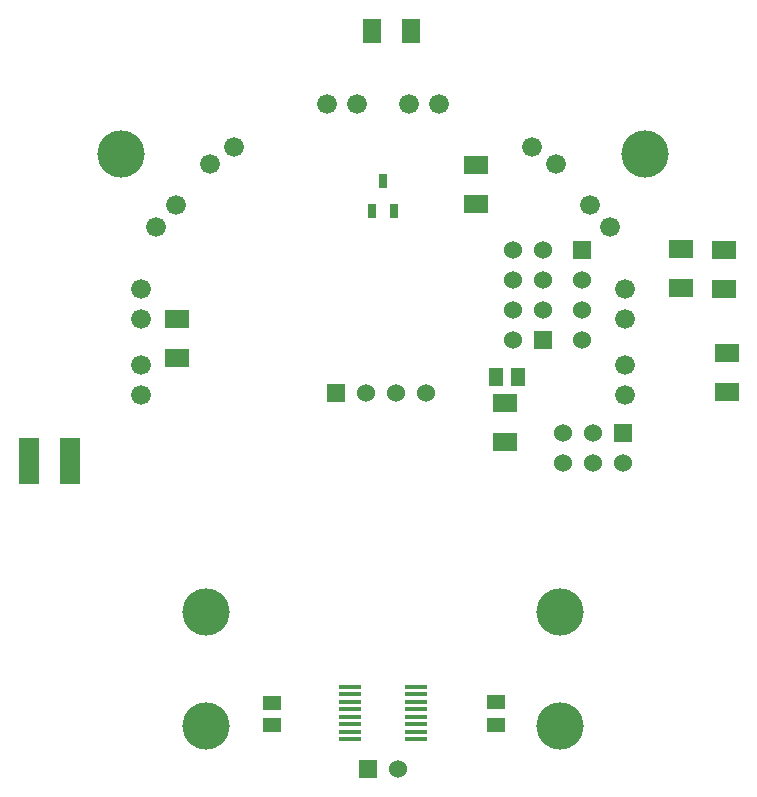
<source format=gbs>
G04 (created by PCBNEW (2013-07-07 BZR 4022)-stable) date 23/08/2016 11:16:44 p. m.*
%MOIN*%
G04 Gerber Fmt 3.4, Leading zero omitted, Abs format*
%FSLAX34Y34*%
G01*
G70*
G90*
G04 APERTURE LIST*
%ADD10C,0.00590551*%
%ADD11C,0.066*%
%ADD12C,0.15748*%
%ADD13R,0.0748031X0.016*%
%ADD14R,0.08X0.06*%
%ADD15R,0.06X0.06*%
%ADD16C,0.06*%
%ADD17R,0.06X0.08*%
%ADD18R,0.059X0.0512*%
%ADD19R,0.0512X0.059*%
%ADD20R,0.0315X0.051211*%
%ADD21R,0.0708661X0.15748*%
G04 APERTURE END LIST*
G54D10*
G54D11*
X42715Y43743D03*
X42715Y44743D03*
X42715Y47302D03*
X42715Y46302D03*
X26574Y44743D03*
X26574Y43743D03*
X26574Y46302D03*
X26574Y47302D03*
X32767Y53456D03*
X33767Y53456D03*
X35523Y53456D03*
X36523Y53456D03*
X27071Y49359D03*
X27737Y50105D03*
X28873Y51444D03*
X29689Y52027D03*
X39601Y52027D03*
X40416Y51444D03*
X41552Y50105D03*
X42219Y49359D03*
G54D12*
X43387Y51802D03*
X25902Y51802D03*
G54D13*
X33536Y33036D03*
X33536Y33286D03*
X33536Y33536D03*
X33536Y33786D03*
X35753Y32286D03*
X33536Y32286D03*
X33536Y32536D03*
X33536Y32786D03*
X35753Y34036D03*
X35753Y33786D03*
X35753Y33536D03*
X35753Y33286D03*
X35753Y33036D03*
X35753Y32786D03*
X33536Y34036D03*
X35753Y32536D03*
G54D14*
X46015Y48597D03*
X46015Y47297D03*
X27775Y46277D03*
X27775Y44977D03*
G54D15*
X41275Y48587D03*
G54D16*
X41275Y47587D03*
X41275Y46587D03*
X41275Y45587D03*
G54D15*
X39995Y45587D03*
G54D16*
X38995Y45587D03*
X39995Y46587D03*
X38995Y46587D03*
X39995Y47587D03*
X38995Y47587D03*
X39995Y48587D03*
X38995Y48587D03*
G54D12*
X40550Y32737D03*
X40550Y36540D03*
G54D17*
X35565Y55887D03*
X34265Y55887D03*
G54D14*
X46115Y45157D03*
X46115Y43857D03*
X37735Y51437D03*
X37735Y50137D03*
X44595Y48617D03*
X44595Y47317D03*
G54D15*
X33081Y43837D03*
G54D16*
X34081Y43837D03*
X35081Y43837D03*
X36081Y43837D03*
G54D15*
X42655Y42507D03*
G54D16*
X42655Y41507D03*
X41655Y42507D03*
X41655Y41507D03*
X40655Y42507D03*
X40655Y41507D03*
G54D15*
X34145Y31291D03*
G54D16*
X35145Y31291D03*
G54D12*
X28739Y32736D03*
X28739Y36539D03*
G54D18*
X30931Y32756D03*
X30931Y33506D03*
G54D19*
X38400Y44367D03*
X39150Y44367D03*
G54D18*
X38401Y32772D03*
X38401Y33522D03*
G54D14*
X38715Y43477D03*
X38715Y42177D03*
G54D20*
X34645Y50877D03*
X34270Y49893D03*
X35020Y49893D03*
G54D21*
X24212Y41566D03*
X22834Y41566D03*
X24212Y41566D03*
M02*

</source>
